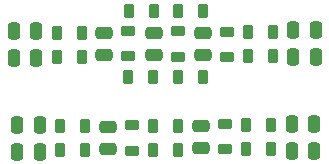
<source format=gbr>
%TF.GenerationSoftware,KiCad,Pcbnew,7.0.5.1-1-g8f565ef7f0-dirty-deb11*%
%TF.CreationDate,2023-07-21T08:52:31+00:00*%
%TF.ProjectId,BP02,42503032-2e6b-4696-9361-645f70636258,rev?*%
%TF.SameCoordinates,Original*%
%TF.FileFunction,Paste,Bot*%
%TF.FilePolarity,Positive*%
%FSLAX46Y46*%
G04 Gerber Fmt 4.6, Leading zero omitted, Abs format (unit mm)*
G04 Created by KiCad (PCBNEW 7.0.5.1-1-g8f565ef7f0-dirty-deb11) date 2023-07-21 08:52:31*
%MOMM*%
%LPD*%
G01*
G04 APERTURE LIST*
G04 Aperture macros list*
%AMRoundRect*
0 Rectangle with rounded corners*
0 $1 Rounding radius*
0 $2 $3 $4 $5 $6 $7 $8 $9 X,Y pos of 4 corners*
0 Add a 4 corners polygon primitive as box body*
4,1,4,$2,$3,$4,$5,$6,$7,$8,$9,$2,$3,0*
0 Add four circle primitives for the rounded corners*
1,1,$1+$1,$2,$3*
1,1,$1+$1,$4,$5*
1,1,$1+$1,$6,$7*
1,1,$1+$1,$8,$9*
0 Add four rect primitives between the rounded corners*
20,1,$1+$1,$2,$3,$4,$5,0*
20,1,$1+$1,$4,$5,$6,$7,0*
20,1,$1+$1,$6,$7,$8,$9,0*
20,1,$1+$1,$8,$9,$2,$3,0*%
G04 Aperture macros list end*
%ADD10RoundRect,0.218750X-0.218750X-0.381250X0.218750X-0.381250X0.218750X0.381250X-0.218750X0.381250X0*%
%ADD11RoundRect,0.250000X0.475000X-0.250000X0.475000X0.250000X-0.475000X0.250000X-0.475000X-0.250000X0*%
%ADD12RoundRect,0.250000X0.250000X0.475000X-0.250000X0.475000X-0.250000X-0.475000X0.250000X-0.475000X0*%
%ADD13RoundRect,0.250000X-0.475000X0.250000X-0.475000X-0.250000X0.475000X-0.250000X0.475000X0.250000X0*%
%ADD14RoundRect,0.218750X-0.381250X0.218750X-0.381250X-0.218750X0.381250X-0.218750X0.381250X0.218750X0*%
%ADD15RoundRect,0.218750X0.218750X0.381250X-0.218750X0.381250X-0.218750X-0.381250X0.218750X-0.381250X0*%
%ADD16RoundRect,0.250000X-0.250000X-0.475000X0.250000X-0.475000X0.250000X0.475000X-0.250000X0.475000X0*%
G04 APERTURE END LIST*
D10*
%TO.C,L10*%
X152221500Y-98018800D03*
X154346500Y-98018800D03*
%TD*%
D11*
%TO.C,C5*%
X148112600Y-90028000D03*
X148112600Y-88128000D03*
%TD*%
D10*
%TO.C,L1*%
X144074500Y-88121200D03*
X146199500Y-88121200D03*
%TD*%
%TO.C,L13*%
X154339900Y-86258600D03*
X156464900Y-86258600D03*
%TD*%
D12*
%TO.C,C12*%
X166004400Y-87935000D03*
X164104400Y-87935000D03*
%TD*%
D10*
%TO.C,L18*%
X160283500Y-88087400D03*
X162408500Y-88087400D03*
%TD*%
D13*
%TO.C,C6*%
X148407200Y-96093400D03*
X148407200Y-97993400D03*
%TD*%
D14*
%TO.C,L12*%
X158313200Y-95889500D03*
X158313200Y-98014500D03*
%TD*%
D15*
%TO.C,L19*%
X162408500Y-90119400D03*
X160283500Y-90119400D03*
%TD*%
D10*
%TO.C,L3*%
X144347500Y-96037600D03*
X146472500Y-96037600D03*
%TD*%
D14*
%TO.C,L11*%
X154335600Y-88019800D03*
X154335600Y-90144800D03*
%TD*%
D10*
%TO.C,L15*%
X160120900Y-95961400D03*
X162245900Y-95961400D03*
%TD*%
D12*
%TO.C,C2*%
X142332100Y-90254800D03*
X140432100Y-90254800D03*
%TD*%
D13*
%TO.C,C8*%
X156281200Y-96002000D03*
X156281200Y-97902000D03*
%TD*%
D15*
%TO.C,L2*%
X146199500Y-90153200D03*
X144074500Y-90153200D03*
%TD*%
D16*
%TO.C,C4*%
X140745600Y-98186400D03*
X142645600Y-98186400D03*
%TD*%
D12*
%TO.C,C3*%
X142645600Y-95900400D03*
X140745600Y-95900400D03*
%TD*%
D10*
%TO.C,L9*%
X152221500Y-95986800D03*
X154346500Y-95986800D03*
%TD*%
D15*
%TO.C,L14*%
X156464900Y-91897400D03*
X154339900Y-91897400D03*
%TD*%
D14*
%TO.C,L17*%
X158501200Y-88040900D03*
X158501200Y-90165900D03*
%TD*%
D10*
%TO.C,L16*%
X160120900Y-97993400D03*
X162245900Y-97993400D03*
%TD*%
%TO.C,L4*%
X144347500Y-98069600D03*
X146472500Y-98069600D03*
%TD*%
D14*
%TO.C,L5*%
X150144600Y-88015500D03*
X150144600Y-90140500D03*
%TD*%
D12*
%TO.C,C13*%
X166004400Y-90221000D03*
X164104400Y-90221000D03*
%TD*%
%TO.C,C10*%
X165867200Y-95834400D03*
X163967200Y-95834400D03*
%TD*%
D11*
%TO.C,C9*%
X156469200Y-90053400D03*
X156469200Y-88153400D03*
%TD*%
D16*
%TO.C,C11*%
X163967200Y-98120400D03*
X165867200Y-98120400D03*
%TD*%
D15*
%TO.C,L8*%
X152248500Y-91846600D03*
X150123500Y-91846600D03*
%TD*%
D10*
%TO.C,L7*%
X150148900Y-86258600D03*
X152273900Y-86258600D03*
%TD*%
D11*
%TO.C,C7*%
X152303600Y-90032300D03*
X152303600Y-88132300D03*
%TD*%
D12*
%TO.C,C1*%
X142332100Y-87968800D03*
X140432100Y-87968800D03*
%TD*%
D14*
%TO.C,L6*%
X150439200Y-95980900D03*
X150439200Y-98105900D03*
%TD*%
M02*

</source>
